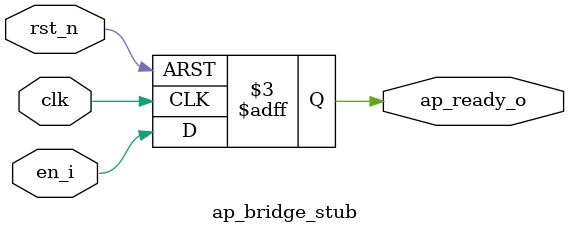
<source format=sv>
`timescale 1ns/1ps
module ap_bridge_stub (
  input  logic clk, rst_n,
  input  logic en_i,          // DP°¡ È°¼ºÀÏ ¶§¸¸ AP ºê¸´Áö È°¼º
  output logic ap_ready_o     // "AP »ç¿ë °¡´É" ÇÃ·¡±×(°¡½Ã¼º¿ë)
);
  always_ff @(posedge clk or negedge rst_n) begin
    if (!rst_n) ap_ready_o <= 1'b0;
    else        ap_ready_o <= en_i;
  end
endmodule

</source>
